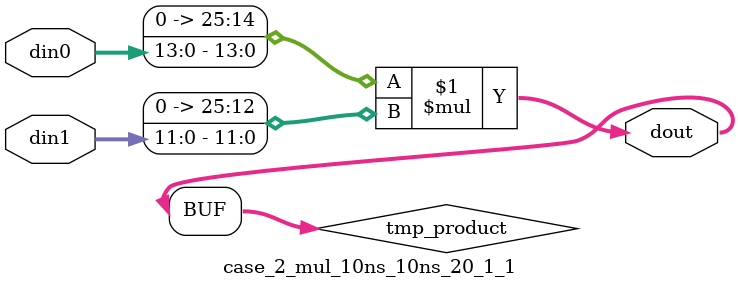
<source format=v>

`timescale 1 ns / 1 ps

 (* use_dsp = "no" *)  module case_2_mul_10ns_10ns_20_1_1(din0, din1, dout);
parameter ID = 1;
parameter NUM_STAGE = 0;
parameter din0_WIDTH = 14;
parameter din1_WIDTH = 12;
parameter dout_WIDTH = 26;

input [din0_WIDTH - 1 : 0] din0; 
input [din1_WIDTH - 1 : 0] din1; 
output [dout_WIDTH - 1 : 0] dout;

wire signed [dout_WIDTH - 1 : 0] tmp_product;
























assign tmp_product = $signed({1'b0, din0}) * $signed({1'b0, din1});











assign dout = tmp_product;





















endmodule

</source>
